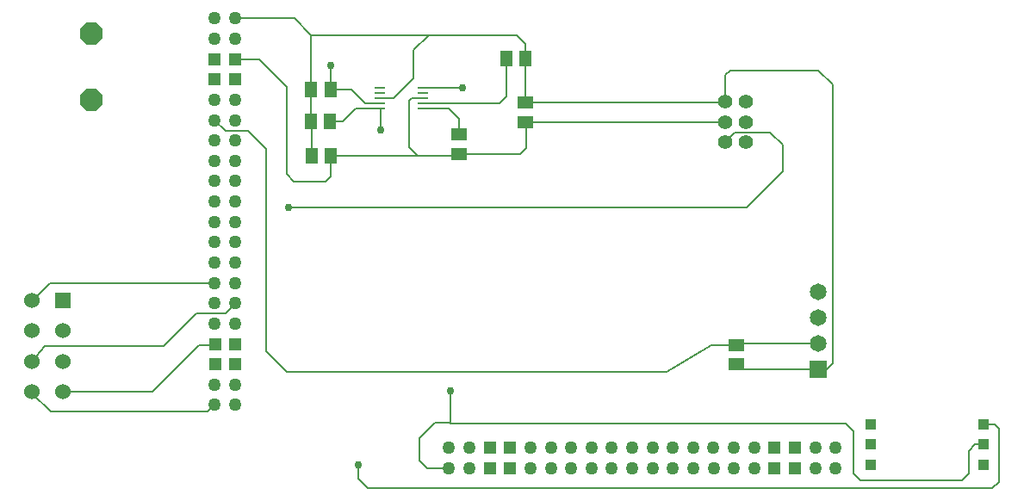
<source format=gbr>
G04 EAGLE Gerber RS-274X export*
G75*
%MOMM*%
%FSLAX34Y34*%
%LPD*%
%INTop Copper*%
%IPPOS*%
%AMOC8*
5,1,8,0,0,1.08239X$1,22.5*%
G01*
%ADD10R,1.258000X1.258000*%
%ADD11C,1.258000*%
%ADD12P,2.336880X8X112.500000*%
%ADD13C,1.530000*%
%ADD14R,1.530000X1.530000*%
%ADD15R,1.108000X1.108000*%
%ADD16R,1.651000X1.651000*%
%ADD17C,1.651000*%
%ADD18R,1.500000X1.300000*%
%ADD19R,1.000000X0.250000*%
%ADD20R,1.300000X1.500000*%
%ADD21C,1.408000*%
%ADD22C,0.152400*%
%ADD23C,0.756400*%


D10*
X770700Y51500D03*
X750700Y51500D03*
X770700Y31500D03*
X750700Y31500D03*
X490700Y51500D03*
X470600Y51400D03*
X490700Y31500D03*
X470700Y31600D03*
X220400Y153700D03*
X220400Y133700D03*
X200500Y133700D03*
X200500Y153700D03*
X200400Y413700D03*
X220300Y413800D03*
X200400Y433600D03*
X220600Y433700D03*
D11*
X810700Y51400D03*
X790600Y51500D03*
X810600Y31500D03*
X790700Y31600D03*
X730600Y51400D03*
X730700Y31400D03*
X710600Y51400D03*
X710700Y31400D03*
X690700Y31400D03*
X690600Y51400D03*
X670600Y51400D03*
X670500Y31400D03*
X650600Y51500D03*
X650700Y31400D03*
X630700Y51400D03*
X630600Y31500D03*
X610600Y51400D03*
X610700Y31400D03*
X590600Y51500D03*
X590600Y31500D03*
X570600Y51500D03*
X570600Y31400D03*
X550700Y51500D03*
X550700Y31400D03*
X530700Y51500D03*
X530700Y31400D03*
X510600Y51500D03*
X510600Y31400D03*
X450700Y51500D03*
X450700Y31400D03*
X430600Y51500D03*
X430600Y31400D03*
X220400Y113800D03*
X220400Y93700D03*
X200300Y113800D03*
X200300Y93700D03*
X220400Y193800D03*
X220400Y173700D03*
X200300Y193800D03*
X200300Y173700D03*
X220300Y233800D03*
X220300Y213700D03*
X200200Y233800D03*
X200200Y213700D03*
X220300Y273800D03*
X220300Y253700D03*
X200200Y273800D03*
X200200Y253700D03*
X220400Y313800D03*
X220400Y293700D03*
X200300Y313800D03*
X200300Y293700D03*
X220400Y353800D03*
X220400Y333700D03*
X200300Y353800D03*
X200300Y333700D03*
X220400Y393900D03*
X220400Y373800D03*
X200300Y393900D03*
X200300Y373800D03*
X220400Y473800D03*
X220400Y453700D03*
X200300Y473800D03*
X200300Y453700D03*
D12*
X79000Y393488D03*
X79000Y458512D03*
D13*
X50800Y166500D03*
X20800Y166500D03*
X50800Y136500D03*
X20800Y136500D03*
D14*
X50800Y196500D03*
D13*
X50800Y106500D03*
X20800Y196500D03*
X20800Y106500D03*
D15*
X844900Y34800D03*
X844900Y54800D03*
X844900Y74800D03*
X955700Y74800D03*
X955700Y54800D03*
X955700Y34800D03*
D16*
X793500Y128400D03*
D17*
X793500Y153800D03*
X793500Y179200D03*
X793500Y204600D03*
D18*
X713500Y152500D03*
X713500Y133500D03*
D19*
X405131Y385500D03*
X405131Y390500D03*
X405131Y395500D03*
X405131Y400500D03*
X405131Y405500D03*
X362869Y405500D03*
X362869Y400500D03*
X362869Y395500D03*
X362869Y390500D03*
X362869Y385500D03*
D20*
X314500Y338500D03*
X295500Y338500D03*
X294500Y372500D03*
X313500Y372500D03*
X295000Y403500D03*
X314000Y403500D03*
D18*
X440500Y359500D03*
X440500Y340500D03*
D20*
X506000Y434500D03*
X487000Y434500D03*
D18*
X506000Y391000D03*
X506000Y372000D03*
D21*
X702000Y392000D03*
X722000Y392000D03*
X702000Y372000D03*
X722000Y372000D03*
X702000Y352000D03*
X722000Y352000D03*
D22*
X200300Y93700D02*
X193588Y86988D01*
X39012Y86988D01*
X20800Y105200D01*
X20800Y106500D01*
X220400Y193088D02*
X220400Y193800D01*
X220400Y193088D02*
X211192Y183880D01*
X182296Y183880D01*
X150076Y151660D01*
X33112Y151660D01*
X20800Y136500D01*
X185036Y152400D02*
X199644Y152400D01*
X185036Y152400D02*
X139136Y106500D01*
X199644Y152400D02*
X200500Y153700D01*
X139136Y106500D02*
X50800Y106500D01*
X716074Y128400D02*
X793500Y128400D01*
X716074Y128400D02*
X713500Y133500D01*
X801720Y128400D02*
X807672Y134352D01*
X801720Y128400D02*
X793500Y128400D01*
X807672Y134352D02*
X807672Y408584D01*
X793356Y422900D02*
X706800Y422900D01*
X793356Y422900D02*
X807672Y408584D01*
X294500Y375500D02*
X294500Y372500D01*
X294500Y375500D02*
X294500Y403000D01*
X295000Y403500D01*
X295000Y457500D01*
X278700Y473800D02*
X220400Y473800D01*
X278700Y473800D02*
X295000Y457500D01*
X295500Y374500D02*
X295500Y338500D01*
X295500Y374500D02*
X294500Y375500D01*
X506000Y391000D02*
X506000Y434500D01*
X376500Y395500D02*
X362869Y395500D01*
X396000Y415000D02*
X396000Y443000D01*
X410500Y457500D01*
X497000Y457500D02*
X506000Y448500D01*
X506000Y434500D01*
X396000Y415000D02*
X376500Y395500D01*
X410500Y457500D02*
X497000Y457500D01*
X410500Y457500D02*
X295000Y457500D01*
X701000Y391000D02*
X702000Y392000D01*
X701000Y391000D02*
X506000Y391000D01*
X702000Y418100D02*
X706800Y422900D01*
X702000Y418100D02*
X702000Y392000D01*
X440500Y340500D02*
X438500Y338500D01*
X400000Y338500D01*
X314500Y338500D01*
X393500Y395500D02*
X405131Y395500D01*
X393500Y395500D02*
X391000Y393000D01*
X391000Y347500D01*
X400000Y338500D01*
X506000Y372000D02*
X506500Y372000D01*
X500500Y340500D02*
X440500Y340500D01*
X506500Y346500D02*
X506500Y372000D01*
X506500Y346500D02*
X500500Y340500D01*
X314500Y338500D02*
X314500Y318500D01*
X309500Y313500D01*
X278000Y313500D01*
X271000Y320500D01*
X243800Y433700D02*
X220600Y433700D01*
X271000Y406500D02*
X271000Y320500D01*
X271000Y406500D02*
X243800Y433700D01*
X506000Y372000D02*
X702000Y372000D01*
X362869Y390500D02*
X348000Y390500D01*
X335000Y403500D02*
X315500Y403500D01*
X314000Y403500D01*
X335000Y403500D02*
X348000Y390500D01*
X716000Y361500D02*
X746500Y361500D01*
X716000Y361500D02*
X713200Y361500D01*
X746500Y361500D02*
X758500Y349500D01*
X723000Y288000D02*
X272500Y288000D01*
D23*
X272500Y288000D03*
D22*
X758500Y323500D02*
X758500Y349500D01*
X758500Y323500D02*
X723000Y288000D01*
D23*
X314500Y428000D03*
D22*
X314500Y404500D01*
X315500Y403500D01*
X711500Y361500D02*
X713200Y361500D01*
X711500Y361500D02*
X702000Y352000D01*
D23*
X443500Y405500D03*
D22*
X405131Y405500D01*
X326000Y372500D02*
X313500Y372500D01*
X339000Y385500D02*
X362869Y385500D01*
X339000Y385500D02*
X326000Y372500D01*
X362869Y385500D02*
X363500Y384869D01*
D23*
X363500Y364000D03*
D22*
X363500Y384869D01*
D23*
X432200Y107400D03*
D22*
X432200Y75700D01*
X820300Y75700D01*
X828500Y67500D02*
X828500Y26000D01*
X828500Y67500D02*
X820300Y75700D01*
X954300Y54800D02*
X955700Y54800D01*
X835000Y19500D02*
X828500Y26000D01*
X835000Y19500D02*
X935000Y19500D01*
X941500Y26000D01*
X941500Y48500D01*
X947800Y54800D01*
X955700Y54800D01*
X432200Y75900D02*
X432200Y107400D01*
X432200Y75900D02*
X416900Y75900D01*
X401600Y60600D01*
X401600Y38900D01*
X409100Y31400D01*
X430600Y31400D01*
X955700Y74800D02*
X966700Y74800D01*
X971000Y70500D01*
X971000Y18184D01*
X964500Y11684D01*
X350316Y11684D01*
X341000Y21000D01*
X341000Y34500D01*
D23*
X341000Y34500D03*
D22*
X713500Y152500D02*
X714800Y153800D01*
X793500Y153800D01*
X210800Y363300D02*
X200300Y373800D01*
X210800Y363300D02*
X232800Y363300D01*
X250800Y345300D01*
X250800Y146344D01*
X271028Y126116D01*
X644810Y126116D01*
X688393Y152500D02*
X713500Y152500D01*
X688393Y152500D02*
X644810Y126116D01*
X199644Y213360D02*
X38100Y213360D01*
X21336Y196596D01*
X199644Y213360D02*
X200200Y213700D01*
X21336Y196596D02*
X20800Y196500D01*
X440500Y359500D02*
X440500Y375500D01*
X430500Y385500D02*
X405131Y385500D01*
X430500Y385500D02*
X440500Y375500D01*
X405131Y390500D02*
X480500Y390500D01*
X487000Y397000D02*
X487000Y434500D01*
X487000Y397000D02*
X480500Y390500D01*
M02*

</source>
